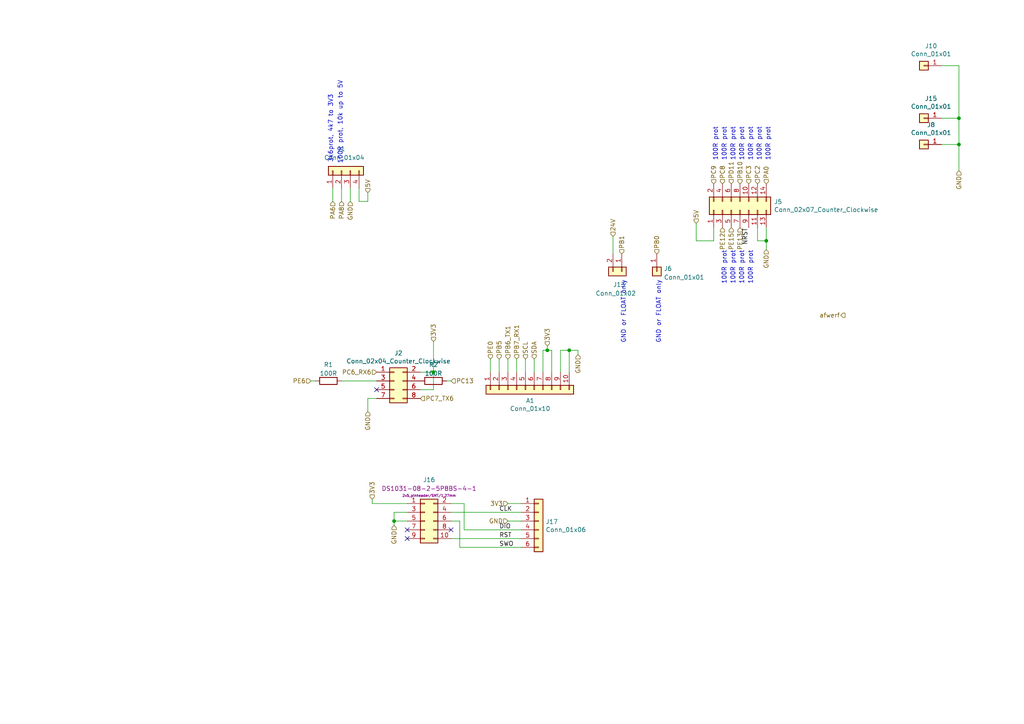
<source format=kicad_sch>
(kicad_sch (version 20211123) (generator eeschema)
  (paper "A4")
  (title_block (rev "0.1"))
  (lib_symbols
    (symbol "Connector_Generic:Conn_01x01" (pin_names (offset 1.016) hide)
      (property "Reference" "J" (at 0 2.54 0))
      (property "Value" "Conn_01x01" (at 0 -2.54 0))
      (symbol "Conn_01x01_1_1"
        (rectangle (start -1.27 0.127) (end 0 -0.127) (stroke (width 0.1524)))
        (rectangle (start -1.27 1.27) (end 1.27 -1.27) (stroke (width 0.254)) (fill (type background)))
        (pin passive line (at -5.08 0 0) (length 3.81) (name "Pin_1") (number "1"))
      )
    )
    (symbol "Connector_Generic:Conn_01x02" (pin_names (offset 1.016) hide)
      (property "Reference" "J" (at 0 2.54 0))
      (property "Value" "Conn_01x02" (at 0 -5.08 0))
      (symbol "Conn_01x02_1_1"
        (rectangle (start -1.27 -2.413) (end 0 -2.667) (stroke (width 0.1524)))
        (rectangle (start -1.27 0.127) (end 0 -0.127) (stroke (width 0.1524)))
        (rectangle (start -1.27 1.27) (end 1.27 -3.81) (stroke (width 0.254)) (fill (type background)))
        (pin passive line (at -5.08 0 0) (length 3.81) (name "Pin_1") (number "1"))
        (pin passive line (at -5.08 -2.54 0) (length 3.81) (name "Pin_2") (number "2"))
      )
    )
    (symbol "Connector_Generic:Conn_01x04" (pin_names (offset 1.016) hide)
      (property "Reference" "J" (at 0 5.08 0))
      (property "Value" "Conn_01x04" (at 0 -7.62 0))
      (symbol "Conn_01x04_1_1"
        (rectangle (start -1.27 -4.953) (end 0 -5.207) (stroke (width 0.1524)))
        (rectangle (start -1.27 -2.413) (end 0 -2.667) (stroke (width 0.1524)))
        (rectangle (start -1.27 0.127) (end 0 -0.127) (stroke (width 0.1524)))
        (rectangle (start -1.27 2.667) (end 0 2.413) (stroke (width 0.1524)))
        (rectangle (start -1.27 3.81) (end 1.27 -6.35) (stroke (width 0.254)) (fill (type background)))
        (pin passive line (at -5.08 2.54 0) (length 3.81) (name "Pin_1") (number "1"))
        (pin passive line (at -5.08 0 0) (length 3.81) (name "Pin_2") (number "2"))
        (pin passive line (at -5.08 -2.54 0) (length 3.81) (name "Pin_3") (number "3"))
        (pin passive line (at -5.08 -5.08 0) (length 3.81) (name "Pin_4") (number "4"))
      )
    )
    (symbol "Connector_Generic:Conn_01x06" (pin_names (offset 1.016) hide)
      (property "Reference" "J" (at 0 7.62 0))
      (property "Value" "Conn_01x06" (at 0 -10.16 0))
      (symbol "Conn_01x06_1_1"
        (rectangle (start -1.27 -7.493) (end 0 -7.747) (stroke (width 0.1524)))
        (rectangle (start -1.27 -4.953) (end 0 -5.207) (stroke (width 0.1524)))
        (rectangle (start -1.27 -2.413) (end 0 -2.667) (stroke (width 0.1524)))
        (rectangle (start -1.27 0.127) (end 0 -0.127) (stroke (width 0.1524)))
        (rectangle (start -1.27 2.667) (end 0 2.413) (stroke (width 0.1524)))
        (rectangle (start -1.27 5.207) (end 0 4.953) (stroke (width 0.1524)))
        (rectangle (start -1.27 6.35) (end 1.27 -8.89) (stroke (width 0.254)) (fill (type background)))
        (pin passive line (at -5.08 5.08 0) (length 3.81) (name "Pin_1") (number "1"))
        (pin passive line (at -5.08 2.54 0) (length 3.81) (name "Pin_2") (number "2"))
        (pin passive line (at -5.08 0 0) (length 3.81) (name "Pin_3") (number "3"))
        (pin passive line (at -5.08 -2.54 0) (length 3.81) (name "Pin_4") (number "4"))
        (pin passive line (at -5.08 -5.08 0) (length 3.81) (name "Pin_5") (number "5"))
        (pin passive line (at -5.08 -7.62 0) (length 3.81) (name "Pin_6") (number "6"))
      )
    )
    (symbol "Connector_Generic:Conn_01x10" (pin_names (offset 1.016) hide)
      (property "Reference" "J" (at 0 12.7 0))
      (property "Value" "Conn_01x10" (at 0 -15.24 0))
      (symbol "Conn_01x10_1_1"
        (rectangle (start -1.27 -12.573) (end 0 -12.827) (stroke (width 0.1524)))
        (rectangle (start -1.27 -10.033) (end 0 -10.287) (stroke (width 0.1524)))
        (rectangle (start -1.27 -7.493) (end 0 -7.747) (stroke (width 0.1524)))
        (rectangle (start -1.27 -4.953) (end 0 -5.207) (stroke (width 0.1524)))
        (rectangle (start -1.27 -2.413) (end 0 -2.667) (stroke (width 0.1524)))
        (rectangle (start -1.27 0.127) (end 0 -0.127) (stroke (width 0.1524)))
        (rectangle (start -1.27 2.667) (end 0 2.413) (stroke (width 0.1524)))
        (rectangle (start -1.27 5.207) (end 0 4.953) (stroke (width 0.1524)))
        (rectangle (start -1.27 7.747) (end 0 7.493) (stroke (width 0.1524)))
        (rectangle (start -1.27 10.287) (end 0 10.033) (stroke (width 0.1524)))
        (rectangle (start -1.27 11.43) (end 1.27 -13.97) (stroke (width 0.254)) (fill (type background)))
        (pin passive line (at -5.08 10.16 0) (length 3.81) (name "Pin_1") (number "1"))
        (pin passive line (at -5.08 -12.7 0) (length 3.81) (name "Pin_10") (number "10"))
        (pin passive line (at -5.08 7.62 0) (length 3.81) (name "Pin_2") (number "2"))
        (pin passive line (at -5.08 5.08 0) (length 3.81) (name "Pin_3") (number "3"))
        (pin passive line (at -5.08 2.54 0) (length 3.81) (name "Pin_4") (number "4"))
        (pin passive line (at -5.08 0 0) (length 3.81) (name "Pin_5") (number "5"))
        (pin passive line (at -5.08 -2.54 0) (length 3.81) (name "Pin_6") (number "6"))
        (pin passive line (at -5.08 -5.08 0) (length 3.81) (name "Pin_7") (number "7"))
        (pin passive line (at -5.08 -7.62 0) (length 3.81) (name "Pin_8") (number "8"))
        (pin passive line (at -5.08 -10.16 0) (length 3.81) (name "Pin_9") (number "9"))
      )
    )
    (symbol "Connector_Generic:Conn_02x04_Odd_Even" (pin_names (offset 1.016) hide)
      (property "Reference" "J" (at 1.27 5.08 0))
      (property "Value" "Conn_02x04_Odd_Even" (at 1.27 -7.62 0))
      (symbol "Conn_02x04_Odd_Even_1_1"
        (rectangle (start -1.27 -4.953) (end 0 -5.207) (stroke (width 0.1524)))
        (rectangle (start -1.27 -2.413) (end 0 -2.667) (stroke (width 0.1524)))
        (rectangle (start -1.27 0.127) (end 0 -0.127) (stroke (width 0.1524)))
        (rectangle (start -1.27 2.667) (end 0 2.413) (stroke (width 0.1524)))
        (rectangle (start -1.27 3.81) (end 3.81 -6.35) (stroke (width 0.254)) (fill (type background)))
        (rectangle (start 3.81 -4.953) (end 2.54 -5.207) (stroke (width 0.1524)))
        (rectangle (start 3.81 -2.413) (end 2.54 -2.667) (stroke (width 0.1524)))
        (rectangle (start 3.81 0.127) (end 2.54 -0.127) (stroke (width 0.1524)))
        (rectangle (start 3.81 2.667) (end 2.54 2.413) (stroke (width 0.1524)))
        (pin passive line (at -5.08 2.54 0) (length 3.81) (name "Pin_1") (number "1"))
        (pin passive line (at 7.62 2.54 180) (length 3.81) (name "Pin_2") (number "2"))
        (pin passive line (at -5.08 0 0) (length 3.81) (name "Pin_3") (number "3"))
        (pin passive line (at 7.62 0 180) (length 3.81) (name "Pin_4") (number "4"))
        (pin passive line (at -5.08 -2.54 0) (length 3.81) (name "Pin_5") (number "5"))
        (pin passive line (at 7.62 -2.54 180) (length 3.81) (name "Pin_6") (number "6"))
        (pin passive line (at -5.08 -5.08 0) (length 3.81) (name "Pin_7") (number "7"))
        (pin passive line (at 7.62 -5.08 180) (length 3.81) (name "Pin_8") (number "8"))
      )
    )
    (symbol "Connector_Generic:Conn_02x07_Odd_Even" (pin_names (offset 1.016) hide)
      (property "Reference" "J" (at 1.27 10.16 0))
      (property "Value" "Conn_02x07_Odd_Even" (at 1.27 -10.16 0))
      (symbol "Conn_02x07_Odd_Even_1_1"
        (rectangle (start -1.27 -7.493) (end 0 -7.747) (stroke (width 0.1524)))
        (rectangle (start -1.27 -4.953) (end 0 -5.207) (stroke (width 0.1524)))
        (rectangle (start -1.27 -2.413) (end 0 -2.667) (stroke (width 0.1524)))
        (rectangle (start -1.27 0.127) (end 0 -0.127) (stroke (width 0.1524)))
        (rectangle (start -1.27 2.667) (end 0 2.413) (stroke (width 0.1524)))
        (rectangle (start -1.27 5.207) (end 0 4.953) (stroke (width 0.1524)))
        (rectangle (start -1.27 7.747) (end 0 7.493) (stroke (width 0.1524)))
        (rectangle (start -1.27 8.89) (end 3.81 -8.89) (stroke (width 0.254)) (fill (type background)))
        (rectangle (start 3.81 -7.493) (end 2.54 -7.747) (stroke (width 0.1524)))
        (rectangle (start 3.81 -4.953) (end 2.54 -5.207) (stroke (width 0.1524)))
        (rectangle (start 3.81 -2.413) (end 2.54 -2.667) (stroke (width 0.1524)))
        (rectangle (start 3.81 0.127) (end 2.54 -0.127) (stroke (width 0.1524)))
        (rectangle (start 3.81 2.667) (end 2.54 2.413) (stroke (width 0.1524)))
        (rectangle (start 3.81 5.207) (end 2.54 4.953) (stroke (width 0.1524)))
        (rectangle (start 3.81 7.747) (end 2.54 7.493) (stroke (width 0.1524)))
        (pin passive line (at -5.08 7.62 0) (length 3.81) (name "Pin_1") (number "1"))
        (pin passive line (at 7.62 -2.54 180) (length 3.81) (name "Pin_10") (number "10"))
        (pin passive line (at -5.08 -5.08 0) (length 3.81) (name "Pin_11") (number "11"))
        (pin passive line (at 7.62 -5.08 180) (length 3.81) (name "Pin_12") (number "12"))
        (pin passive line (at -5.08 -7.62 0) (length 3.81) (name "Pin_13") (number "13"))
        (pin passive line (at 7.62 -7.62 180) (length 3.81) (name "Pin_14") (number "14"))
        (pin passive line (at 7.62 7.62 180) (length 3.81) (name "Pin_2") (number "2"))
        (pin passive line (at -5.08 5.08 0) (length 3.81) (name "Pin_3") (number "3"))
        (pin passive line (at 7.62 5.08 180) (length 3.81) (name "Pin_4") (number "4"))
        (pin passive line (at -5.08 2.54 0) (length 3.81) (name "Pin_5") (number "5"))
        (pin passive line (at 7.62 2.54 180) (length 3.81) (name "Pin_6") (number "6"))
        (pin passive line (at -5.08 0 0) (length 3.81) (name "Pin_7") (number "7"))
        (pin passive line (at 7.62 0 180) (length 3.81) (name "Pin_8") (number "8"))
        (pin passive line (at -5.08 -2.54 0) (length 3.81) (name "Pin_9") (number "9"))
      )
    )
    (symbol "Device:R" (pin_numbers hide) (pin_names (offset 0))
      (property "Reference" "R" (at 2.032 0 90))
      (property "Value" "R" (at 0 0 90))
      (symbol "R_0_1"
        (rectangle (start -1.016 -2.54) (end 1.016 2.54) (stroke (width 0.254)))
      )
      (symbol "R_1_1"
        (pin passive line (at 0 3.81 270) (length 1.27) (name "~") (number "1"))
        (pin passive line (at 0 -3.81 90) (length 1.27) (name "~") (number "2"))
      )
    )
    (symbol "prusa_con:Conn_02x05_Odd_Even_JTAG" (pin_names (offset 1.016) hide)
      (property "Reference" "J" (at 1.27 11.43 0))
      (property "part_value" "DS1031-08-2-5P8BS-4-1" (at 1.27 9.525 0))
      (property "req" "2x5_pinheader/SMT/1,27mm" (at 1.27 7.62 0))
      (symbol "Conn_02x05_Odd_Even_JTAG_1_1"
        (rectangle (start -1.27 -4.953) (end 0 -5.207) (stroke (width 0.1524)))
        (rectangle (start -1.27 -2.413) (end 0 -2.667) (stroke (width 0.1524)))
        (rectangle (start -1.27 0.127) (end 0 -0.127) (stroke (width 0.1524)))
        (rectangle (start -1.27 2.667) (end 0 2.413) (stroke (width 0.1524)))
        (rectangle (start -1.27 5.207) (end 0 4.953) (stroke (width 0.1524)))
        (rectangle (start -1.27 6.35) (end 3.81 -6.35) (stroke (width 0.254)) (fill (type background)))
        (rectangle (start 3.81 -4.953) (end 2.54 -5.207) (stroke (width 0.1524)))
        (rectangle (start 3.81 -2.413) (end 2.54 -2.667) (stroke (width 0.1524)))
        (rectangle (start 3.81 0.127) (end 2.54 -0.127) (stroke (width 0.1524)))
        (rectangle (start 3.81 2.667) (end 2.54 2.413) (stroke (width 0.1524)))
        (rectangle (start 3.81 5.207) (end 2.54 4.953) (stroke (width 0.1524)))
        (pin passive line (at -5.08 5.08 0) (length 3.81) (name "Pin_1") (number "1"))
        (pin passive line (at 7.62 -5.08 180) (length 3.81) (name "Pin_10") (number "10"))
        (pin passive line (at 7.62 5.08 180) (length 3.81) (name "Pin_2") (number "2"))
        (pin passive line (at -5.08 2.54 0) (length 3.81) (name "Pin_3") (number "3"))
        (pin passive line (at 7.62 2.54 180) (length 3.81) (name "Pin_4") (number "4"))
        (pin passive line (at -5.08 0 0) (length 3.81) (name "Pin_5") (number "5"))
        (pin passive line (at 7.62 0 180) (length 3.81) (name "Pin_6") (number "6"))
        (pin passive line (at -5.08 -2.54 0) (length 3.81) (name "Pin_7") (number "7"))
        (pin passive line (at 7.62 -2.54 180) (length 3.81) (name "Pin_8") (number "8"))
        (pin passive line (at -5.08 -5.08 0) (length 3.81) (name "Pin_9") (number "9"))
      )
    )
  )
  (junction (at 222.25 69.85))
  (junction (at 278.13 41.91))
  (junction (at 278.13 34.29))
  (junction (at 158.75 101.6))
  (junction (at 165.1 101.6))
  (junction (at 125.73 107.95))
  (junction (at 114.3 151.13))
  (no_connect (at 118.11 153.67))
  (no_connect (at 109.22 113.03))
  (no_connect (at 130.81 153.67))
  (no_connect (at 118.11 156.21))
  (wire (pts (xy 101.6 54.61) (xy 101.6 58.42)))
  (wire (pts (xy 107.95 146.05) (xy 118.11 146.05)))
  (wire (pts (xy 109.22 115.57) (xy 106.68 115.57)))
  (wire (pts (xy 125.73 107.95) (xy 125.73 99.06)))
  (wire (pts (xy 278.13 19.05) (xy 278.13 34.29)))
  (wire (pts (xy 125.73 113.03) (xy 125.73 107.95)))
  (wire (pts (xy 121.92 113.03) (xy 125.73 113.03)))
  (wire (pts (xy 167.64 101.6) (xy 167.64 102.87)))
  (wire (pts (xy 134.62 153.67) (xy 151.13 153.67)))
  (wire (pts (xy 134.62 153.67) (xy 134.62 146.05)))
  (wire (pts (xy 106.68 115.57) (xy 106.68 119.38)))
  (wire (pts (xy 147.32 151.13) (xy 151.13 151.13)))
  (wire (pts (xy 165.1 101.6) (xy 165.1 107.95)))
  (wire (pts (xy 278.13 41.91) (xy 278.13 49.53)))
  (wire (pts (xy 222.25 69.85) (xy 222.25 72.39)))
  (wire (pts (xy 99.06 110.49) (xy 109.22 110.49)))
  (wire (pts (xy 121.92 107.95) (xy 125.73 107.95)))
  (wire (pts (xy 162.56 101.6) (xy 165.1 101.6)))
  (wire (pts (xy 147.32 146.05) (xy 151.13 146.05)))
  (wire (pts (xy 114.3 152.4) (xy 114.3 151.13)))
  (wire (pts (xy 133.35 158.75) (xy 133.35 151.13)))
  (wire (pts (xy 162.56 101.6) (xy 162.56 107.95)))
  (wire (pts (xy 158.75 101.6) (xy 160.02 101.6)))
  (wire (pts (xy 144.78 104.14) (xy 144.78 107.95)))
  (wire (pts (xy 207.01 66.04) (xy 207.01 69.85)))
  (wire (pts (xy 152.4 107.95) (xy 152.4 104.14)))
  (wire (pts (xy 106.68 55.88) (xy 106.68 58.42)))
  (wire (pts (xy 130.81 156.21) (xy 151.13 156.21)))
  (wire (pts (xy 99.06 54.61) (xy 99.06 58.42)))
  (wire (pts (xy 104.14 54.61) (xy 104.14 58.42)))
  (wire (pts (xy 278.13 34.29) (xy 278.13 41.91)))
  (wire (pts (xy 273.05 19.05) (xy 278.13 19.05)))
  (wire (pts (xy 219.71 69.85) (xy 222.25 69.85)))
  (wire (pts (xy 133.35 158.75) (xy 151.13 158.75)))
  (wire (pts (xy 96.52 54.61) (xy 96.52 58.42)))
  (wire (pts (xy 273.05 34.29) (xy 278.13 34.29)))
  (wire (pts (xy 114.3 148.59) (xy 114.3 151.13)))
  (wire (pts (xy 134.62 146.05) (xy 130.81 146.05)))
  (wire (pts (xy 107.95 144.78) (xy 107.95 146.05)))
  (wire (pts (xy 219.71 66.04) (xy 219.71 69.85)))
  (wire (pts (xy 160.02 101.6) (xy 160.02 107.95)))
  (wire (pts (xy 222.25 66.04) (xy 222.25 69.85)))
  (wire (pts (xy 106.68 58.42) (xy 104.14 58.42)))
  (wire (pts (xy 157.48 101.6) (xy 157.48 107.95)))
  (wire (pts (xy 130.81 110.49) (xy 129.54 110.49)))
  (wire (pts (xy 118.11 148.59) (xy 114.3 148.59)))
  (wire (pts (xy 207.01 69.85) (xy 201.93 69.85)))
  (wire (pts (xy 147.32 107.95) (xy 147.32 104.14)))
  (wire (pts (xy 133.35 151.13) (xy 130.81 151.13)))
  (wire (pts (xy 130.81 148.59) (xy 151.13 148.59)))
  (wire (pts (xy 157.48 101.6) (xy 158.75 101.6)))
  (wire (pts (xy 273.05 41.91) (xy 278.13 41.91)))
  (wire (pts (xy 165.1 101.6) (xy 167.64 101.6)))
  (wire (pts (xy 177.8 73.66) (xy 177.8 68.58)))
  (wire (pts (xy 154.94 107.95) (xy 154.94 104.14)))
  (wire (pts (xy 91.44 110.49) (xy 90.17 110.49)))
  (wire (pts (xy 201.93 69.85) (xy 201.93 64.77)))
  (wire (pts (xy 114.3 151.13) (xy 118.11 151.13)))
  (wire (pts (xy 142.24 104.14) (xy 142.24 107.95)))
  (wire (pts (xy 158.75 100.33) (xy 158.75 101.6)))
  (wire (pts (xy 149.86 104.14) (xy 149.86 107.95)))
  (text "100R prot\n" (at 215.9 36.83 270) (effects (font (size 1.27 1.27)) (justify right bottom)))
  (text "100R prot\n" (at 210.82 82.55 90) (effects (font (size 1.27 1.27)) (justify left bottom)))
  (text "100R prot, 10k up to 5V" (at 99.441 47.625 90) (effects (font (size 1.27 1.27)) (justify left bottom)))
  (text "100R prot\n" (at 223.52 36.83 270) (effects (font (size 1.27 1.27)) (justify right bottom)))
  (text "100R prot\n" (at 215.9 82.55 90) (effects (font (size 1.27 1.27)) (justify left bottom)))
  (text "100R prot\n" (at 218.44 82.55 90) (effects (font (size 1.27 1.27)) (justify left bottom)))
  (text "3k6prot, 4k7 to 3V3" (at 96.647 47.244 90) (effects (font (size 1.27 1.27)) (justify left bottom)))
  (text "100R prot\n" (at 213.36 36.83 270) (effects (font (size 1.27 1.27)) (justify right bottom)))
  (text "GND or FLOAT only" (at 191.77 81.28 270) (effects (font (size 1.27 1.27)) (justify right bottom)))
  (text "100R prot\n" (at 220.98 36.83 270) (effects (font (size 1.27 1.27)) (justify right bottom)))
  (text "GND or FLOAT only" (at 181.61 81.28 270) (effects (font (size 1.27 1.27)) (justify right bottom)))
  (text "100R prot\n" (at 208.28 36.83 270) (effects (font (size 1.27 1.27)) (justify right bottom)))
  (text "100R prot\n" (at 210.82 36.83 270) (effects (font (size 1.27 1.27)) (justify right bottom)))
  (text "100R prot\n" (at 213.36 82.55 90) (effects (font (size 1.27 1.27)) (justify left bottom)))
  (text "100R prot\n" (at 218.44 36.83 270) (effects (font (size 1.27 1.27)) (justify right bottom)))
  (label "DIO" (at 144.78 153.67 0))
  (label "RST" (at 144.78 156.21 0))
  (label "CLK" (at 144.78 148.59 0))
  (label "NRST" (at 217.17 66.04 270))
  (label "SWO" (at 144.78 158.75 0))
  (hierarchical_label "5V" (shape input) (at 106.68 55.88 90))
  (hierarchical_label "3V3" (shape input) (at 107.95 144.78 90))
  (hierarchical_label "PA8" (shape input) (at 99.06 58.42 270))
  (hierarchical_label "PC13" (shape input) (at 130.81 110.49 0))
  (hierarchical_label "PE0" (shape input) (at 142.24 104.14 90))
  (hierarchical_label "PB0" (shape input) (at 190.5 73.66 90))
  (hierarchical_label "PB6_TX1" (shape input) (at 147.32 104.14 90))
  (hierarchical_label "PE15" (shape input) (at 212.09 66.04 270))
  (hierarchical_label "GND" (shape input) (at 278.13 49.53 270))
  (hierarchical_label "GND" (shape input) (at 101.6 58.42 270))
  (hierarchical_label "PE6" (shape input) (at 90.17 110.49 180))
  (hierarchical_label "PA6" (shape input) (at 96.52 58.42 270))
  (hierarchical_label "PC2" (shape input) (at 219.71 53.34 90))
  (hierarchical_label "PC8" (shape input) (at 209.55 53.34 90))
  (hierarchical_label "PA0" (shape input) (at 222.25 53.34 90))
  (hierarchical_label "GND" (shape input) (at 114.3 152.4 270))
  (hierarchical_label "3V3" (shape input) (at 147.32 146.05 180))
  (hierarchical_label "GND" (shape input) (at 167.64 102.87 270))
  (hierarchical_label "3V3" (shape input) (at 125.73 99.06 90))
  (hierarchical_label "3V3" (shape input) (at 158.75 100.33 90))
  (hierarchical_label "PB5" (shape input) (at 144.78 104.14 90))
  (hierarchical_label "PC9" (shape input) (at 207.01 53.34 90))
  (hierarchical_label "PD11" (shape input) (at 212.09 53.34 90))
  (hierarchical_label "GND" (shape input) (at 147.32 151.13 180))
  (hierarchical_label "GND" (shape input) (at 106.68 119.38 270))
  (hierarchical_label "GND" (shape input) (at 222.25 72.39 270))
  (hierarchical_label "SDA" (shape input) (at 154.94 104.14 90))
  (hierarchical_label "SCL" (shape input) (at 152.4 104.14 90))
  (hierarchical_label "afwerf" (shape output) (at 245.11 91.44 180))
  (hierarchical_label "PE13" (shape input) (at 214.63 66.04 270))
  (hierarchical_label "5V" (shape input) (at 201.93 64.77 90))
  (hierarchical_label "PE12" (shape input) (at 209.55 66.04 270))
  (hierarchical_label "PB10" (shape input) (at 214.63 53.34 90))
  (hierarchical_label "PC6_RX6" (shape input) (at 109.22 107.95 180))
  (hierarchical_label "PC3" (shape input) (at 217.17 53.34 90))
  (hierarchical_label "PC7_TX6" (shape input) (at 121.92 115.57 0))
  (hierarchical_label "24V" (shape input) (at 177.8 68.58 90))
  (hierarchical_label "PB7_RX1" (shape input) (at 149.86 104.14 90))
  (hierarchical_label "PB1" (shape input) (at 180.34 73.66 90))
  (symbol (lib_id "Connector_Generic:Conn_02x04_Odd_Even") (at 114.3 110.49 0) (unit 1)
    (property "Reference" "J2" (at 115.57 102.4382 0))
    (property "Value" "Conn_02x04_Counter_Clockwise" (at 115.57 104.7496 0))
    (property "Footprint" "harvester:PinHeader_2x04_P2.54mm_Vertical" (effects hide))
    (property "Datasheet" "https://www.digikey.cz/product-detail/cs/harwin-inc/M20-9980445/952-2122-ND/3728086" (effects hide))
  )
  (symbol (lib_id "Connector_Generic:Conn_01x04") (at 99.06 49.53 90) (unit 1)
    (property "Reference" "J1" (at 97.79 43.18 90) (effects (justify right)))
    (property "Value" "Conn_01x04" (at 93.98 45.72 90) (effects (justify right)))
    (property "Footprint" "Connector_PinSocket_2.54mm:PinSocket_1x04_P2.54mm_Vertical" (effects hide))
    (property "Datasheet" "https://www.digikey.cz/product-detail/en/sullins-connector-solutions/PPPC041LFBN-RC/S7037-ND/810176" (effects hide))
  )
  (symbol (lib_id "Connector_Generic:Conn_02x07_Odd_Even") (at 214.63 60.96 90) (unit 1)
    (property "Reference" "J5" (at 224.4852 58.5216 90) (effects (justify right)))
    (property "Value" "Conn_02x07_Counter_Clockwise" (at 224.4852 60.833 90) (effects (justify right)))
    (property "Footprint" "Connector_PinSocket_2.54mm:PinSocket_2x07_P2.54mm_Vertical" (effects hide))
    (property "Datasheet" "https://www.digikey.cz/product-detail/en/adam-tech/RS2-14-G/2057-RS2-14-G-ND/9832048" (effects hide))
  )
  (symbol (lib_id "Connector_Generic:Conn_01x10") (at 152.4 113.03 90) (mirror x) (unit 1)
    (property "Reference" "A1" (at 153.7716 116.205 90))
    (property "Value" "Conn_01x10" (at 153.7716 118.5164 90))
    (property "Footprint" "buddy_shield:Conn_THR_0x10_2.00mm_0.9" (effects hide))
  )
  (symbol (lib_id "Connector_Generic:Conn_01x02") (at 180.34 78.74 270) (unit 1)
    (property "Reference" "J13" (at 177.8 82.55 90) (effects (justify left)))
    (property "Value" "Conn_01x02" (at 172.72 85.09 90) (effects (justify left)))
    (property "Footprint" "buddy_shield:Conn_PinSocket_0x02_5.08mm" (effects hide))
    (property "Datasheet" "https://cz.mouser.com/ProductDetail/Samtec/PSS-02-01-T-S?qs=rU5fayqh%252BE33puiMfR3ucw%3D%3D" (effects hide))
  )
  (symbol (lib_id "Connector_Generic:Conn_01x01") (at 267.97 34.29 180) (unit 1)
    (property "Reference" "J15" (at 270.0528 28.575 0))
    (property "Value" "Conn_01x01" (at 270.0528 30.8864 0))
    (property "Footprint" "harvester:smt-spacer-M3x12mm-9774120360R" (effects hide))
    (property "Datasheet" "https://cz.mouser.com/ProductDetail/Wurth-Elektronik/9774120960R?qs=wr8lucFkNMXsPLUC0UVYng%3D%3D" (effects hide))
  )
  (symbol (lib_id "Connector_Generic:Conn_01x01") (at 267.97 41.91 180) (unit 1)
    (property "Reference" "J8" (at 270.0528 36.195 0))
    (property "Value" "Conn_01x01" (at 270.0528 38.5064 0))
    (property "Footprint" "harvester:smt-spacer-M3x12mm-9774120360R" (effects hide))
    (property "Datasheet" "https://cz.mouser.com/ProductDetail/Wurth-Elektronik/9774120960R?qs=wr8lucFkNMXsPLUC0UVYng%3D%3D" (effects hide))
  )
  (symbol (lib_id "Connector_Generic:Conn_01x01") (at 267.97 19.05 180) (unit 1)
    (property "Reference" "J10" (at 270.0528 13.335 0))
    (property "Value" "Conn_01x01" (at 270.0528 15.6464 0))
    (property "Footprint" "harvester:smt-spacer-M3x12mm-9774120360R" (effects hide))
    (property "Datasheet" "https://cz.mouser.com/ProductDetail/Wurth-Elektronik/9774120960R?qs=wr8lucFkNMXsPLUC0UVYng%3D%3D" (effects hide))
  )
  (symbol (lib_id "Connector_Generic:Conn_01x06") (at 156.21 151.13 0) (unit 1)
    (property "Reference" "J17" (at 158.242 151.3332 0) (effects (justify left)))
    (property "Value" "Conn_01x06" (at 158.242 153.6446 0) (effects (justify left)))
    (property "Footprint" "Connector_PinSocket_2.54mm:PinSocket_1x06_P2.54mm_Vertical" (effects hide))
    (property "Datasheet" "https://www.digikey.cz/en/products/detail/adam-tech/RS1-06-G/9832050" (effects hide))
  )
  (symbol (lib_id "Device:R") (at 125.73 110.49 90) (unit 1)
    (property "Reference" "R2" (at 125.73 105.7742 90))
    (property "Value" "100R" (at 125.73 108.3111 90))
    (property "Footprint" "Resistor_SMD:R_0603_1608Metric_Pad0.98x0.95mm_HandSolder" (effects hide))
  )
  (symbol (lib_id "Connector_Generic:Conn_01x01") (at 190.5 78.74 270) (unit 1)
    (property "Reference" "J6" (at 192.532 77.9053 90) (effects (justify left)))
    (property "Value" "Conn_01x01" (at 192.532 80.4422 90) (effects (justify left)))
    (property "Footprint" "buddy_shield:Conn_PinSocket_0x01_5.08mm" (effects hide))
  )
  (symbol (lib_id "Device:R") (at 95.25 110.49 90) (unit 1)
    (property "Reference" "R1" (at 95.25 105.7742 90))
    (property "Value" "100R" (at 95.25 108.3111 90))
    (property "Footprint" "Resistor_SMD:R_0603_1608Metric_Pad0.98x0.95mm_HandSolder" (effects hide))
  )
  (symbol (lib_id "prusa_con:Conn_02x05_Odd_Even_JTAG") (at 123.19 151.13 0) (unit 1)
    (property "Reference" "J16" (at 124.46 139.166 0))
    (property "Value" "Conn_02x05_Odd_Even_JTAG" (effects hide))
    (property "Footprint" "prusa_con:PinHeader_2x05_P1.27mm_Vertical_SMD" (effects hide))
    (property "Datasheet" "https://www.tme.eu/cz/details/zl322-2x5p/konektory-hrebinky/connfly/ds1031-08-2-5p8bs-4-1/" (effects hide))
    (property "part_value" "DS1031-08-2-5P8BS-4-1" (at 124.46 141.7029 0))
    (property "ID" "6183" (effects hide))
    (property "req" "2x5_pinheader/SMT/1,27mm" (at 124.46 143.7376 0) (effects (font (size 0.7112 0.7112))))
  )
)
</source>
